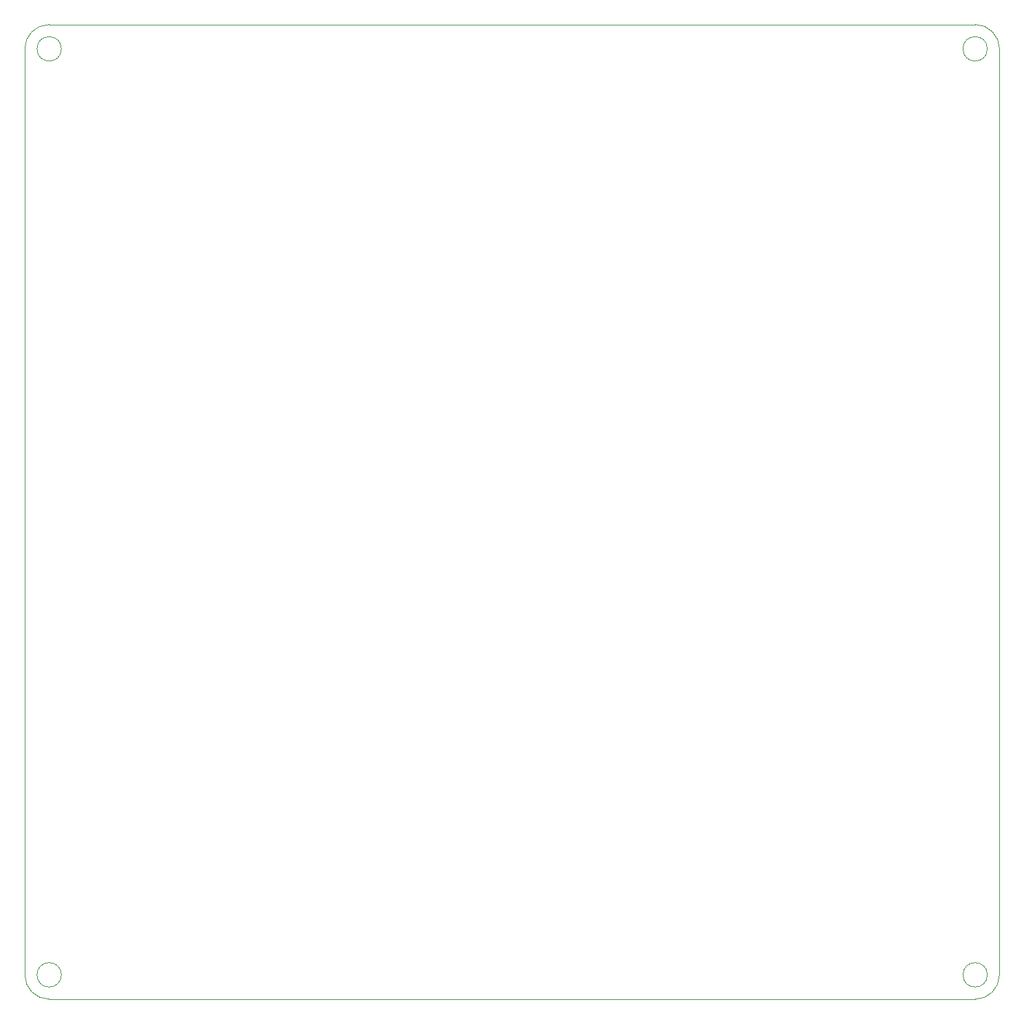
<source format=gm1>
G04 #@! TF.GenerationSoftware,KiCad,Pcbnew,8.0.3-8.0.3-0~ubuntu20.04.1*
G04 #@! TF.CreationDate,2024-09-26T03:44:42-03:00*
G04 #@! TF.ProjectId,EEG_board,4545475f-626f-4617-9264-2e6b69636164,rev?*
G04 #@! TF.SameCoordinates,Original*
G04 #@! TF.FileFunction,Profile,NP*
%FSLAX46Y46*%
G04 Gerber Fmt 4.6, Leading zero omitted, Abs format (unit mm)*
G04 Created by KiCad (PCBNEW 8.0.3-8.0.3-0~ubuntu20.04.1) date 2024-09-26 03:44:42*
%MOMM*%
%LPD*%
G01*
G04 APERTURE LIST*
G04 #@! TA.AperFunction,Profile*
%ADD10C,0.100000*%
G04 #@! TD*
G04 APERTURE END LIST*
D10*
X29000000Y-58500000D02*
G75*
G02*
X32000000Y-55500000I3000000J0D01*
G01*
X146000000Y-175500000D02*
X32000000Y-175500000D01*
X33500000Y-58500000D02*
G75*
G02*
X30500000Y-58500000I-1500000J0D01*
G01*
X30500000Y-58500000D02*
G75*
G02*
X33500000Y-58500000I1500000J0D01*
G01*
X32000000Y-175500000D02*
G75*
G02*
X29000000Y-172500000I0J3000000D01*
G01*
X147500000Y-172500000D02*
G75*
G02*
X144500000Y-172500000I-1500000J0D01*
G01*
X144500000Y-172500000D02*
G75*
G02*
X147500000Y-172500000I1500000J0D01*
G01*
X149000000Y-172500000D02*
G75*
G02*
X146000000Y-175500000I-3000000J0D01*
G01*
X33500000Y-172500000D02*
G75*
G02*
X30500000Y-172500000I-1500000J0D01*
G01*
X30500000Y-172500000D02*
G75*
G02*
X33500000Y-172500000I1500000J0D01*
G01*
X29000000Y-172500000D02*
X29000000Y-58500000D01*
X147500000Y-58500000D02*
G75*
G02*
X144500000Y-58500000I-1500000J0D01*
G01*
X144500000Y-58500000D02*
G75*
G02*
X147500000Y-58500000I1500000J0D01*
G01*
X32000000Y-55500000D02*
X146000000Y-55500000D01*
X146000000Y-55500000D02*
G75*
G02*
X149000000Y-58500000I0J-3000000D01*
G01*
X149000000Y-58500000D02*
X149000000Y-172500000D01*
M02*

</source>
